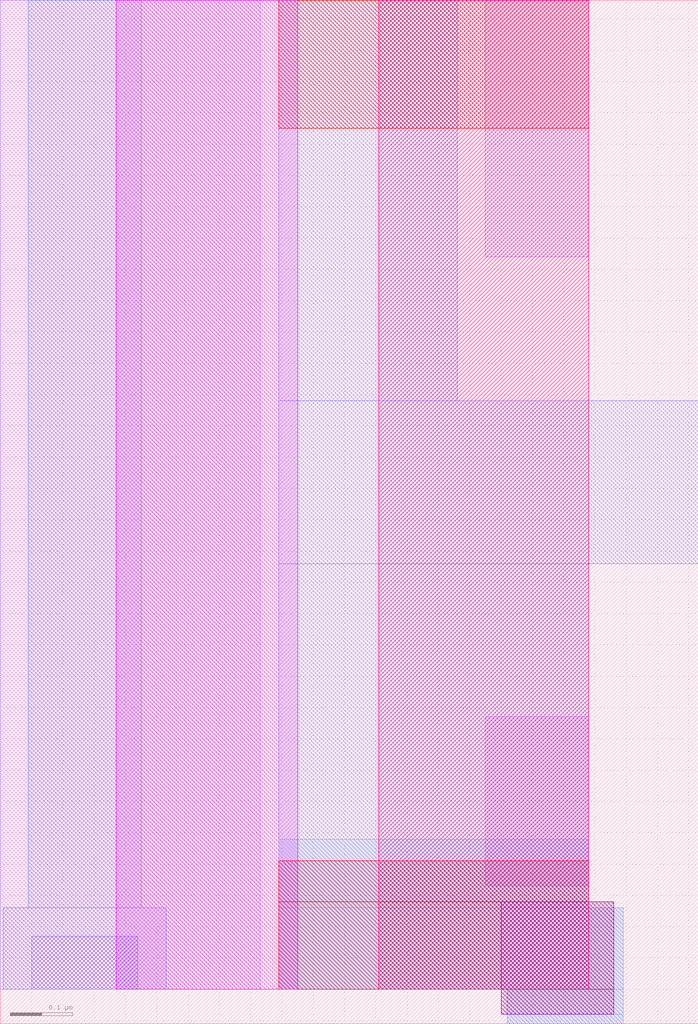
<source format=lef>
# Copyright 2020 The SkyWater PDK Authors
#
# Licensed under the Apache License, Version 2.0 (the "License");
# you may not use this file except in compliance with the License.
# You may obtain a copy of the License at
#
#     https://www.apache.org/licenses/LICENSE-2.0
#
# Unless required by applicable law or agreed to in writing, software
# distributed under the License is distributed on an "AS IS" BASIS,
# WITHOUT WARRANTIES OR CONDITIONS OF ANY KIND, either express or implied.
# See the License for the specific language governing permissions and
# limitations under the License.
#
# SPDX-License-Identifier: Apache-2.0

VERSION 5.7 ;
  NOWIREEXTENSIONATPIN ON ;
  DIVIDERCHAR "/" ;
  BUSBITCHARS "[]" ;
MACRO sky130_fd_bd_sram__sram_dp_rowendbi
  CLASS BLOCK ;
  FOREIGN sky130_fd_bd_sram__sram_dp_rowendbi ;
  ORIGIN  0.000000  0.055000 ;
  SIZE  1.115000 BY  1.635000 ;
  OBS
    LAYER li1 ;
      RECT 0.000000 0.000000 0.415000 1.580000 ;
      RECT 0.775000 0.165000 0.940000 0.435000 ;
      RECT 0.775000 1.170000 0.940000 1.580000 ;
    LAYER mcon ;
      RECT 0.050000 0.000000 0.220000 0.085000 ;
    LAYER met1 ;
      RECT 0.005000  0.000000 0.265000 0.130000 ;
      RECT 0.045000  0.130000 0.225000 1.580000 ;
      RECT 0.445000  0.000000 0.995000 0.130000 ;
      RECT 0.445000  0.130000 0.940000 0.680000 ;
      RECT 0.445000  0.680000 1.115000 0.940000 ;
      RECT 0.445000  0.940000 0.730000 1.580000 ;
      RECT 0.810000 -0.055000 0.995000 0.000000 ;
    LAYER met2 ;
      RECT 0.445000  0.000000 0.995000  0.130000 ;
      RECT 0.445000  0.130000 0.980000  0.140000 ;
      RECT 0.445000  0.140000 0.940000  0.240000 ;
      RECT 0.800000 -0.040000 0.995000  0.000000 ;
      RECT 0.810000 -0.055000 0.995000 -0.040000 ;
    LAYER met3 ;
      RECT 0.445000  0.000000 0.980000 0.140000 ;
      RECT 0.445000  0.140000 0.940000 0.205000 ;
      RECT 0.445000  1.375000 0.940000 1.580000 ;
      RECT 0.800000 -0.040000 0.980000 0.000000 ;
    LAYER nwell ;
      RECT 0.605000 0.000000 0.940000 1.580000 ;
    LAYER pwell ;
      RECT 0.185000 0.000000 0.475000 1.580000 ;
    LAYER via2 ;
      RECT 0.800000 -0.040000 0.980000 0.140000 ;
  END
END sky130_fd_bd_sram__sram_dp_rowendbi
END LIBRARY

</source>
